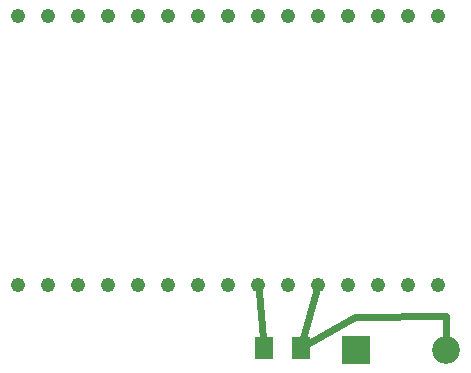
<source format=gtl>
G04 MADE WITH FRITZING*
G04 WWW.FRITZING.ORG*
G04 DOUBLE SIDED*
G04 HOLES PLATED*
G04 CONTOUR ON CENTER OF CONTOUR VECTOR*
%ASAXBY*%
%FSLAX23Y23*%
%MOIN*%
%OFA0B0*%
%SFA1.0B1.0*%
%ADD10C,0.047859*%
%ADD11C,0.092000*%
%ADD12R,0.092000X0.092000*%
%ADD13R,0.062992X0.074803*%
%ADD14C,0.024000*%
%LNCOPPER1*%
G90*
G70*
G54D10*
X1567Y417D03*
X1766Y1314D03*
X1666Y1314D03*
X1567Y1314D03*
X1467Y1314D03*
X1367Y1314D03*
X1666Y417D03*
X1766Y417D03*
X1467Y417D03*
X1267Y1314D03*
X1167Y1314D03*
X1067Y1314D03*
X968Y1314D03*
X868Y1314D03*
X768Y1314D03*
X668Y1314D03*
X568Y1314D03*
X468Y1314D03*
X368Y1314D03*
X1067Y417D03*
X968Y417D03*
X868Y417D03*
X768Y417D03*
X668Y417D03*
X568Y417D03*
X468Y417D03*
X368Y417D03*
X1367Y417D03*
X1267Y417D03*
X1167Y417D03*
G54D11*
X1494Y200D03*
X1794Y200D03*
G54D12*
X1494Y200D03*
G54D13*
X1187Y208D03*
X1309Y208D03*
G54D14*
X1794Y313D02*
X1794Y237D01*
D02*
X1489Y310D02*
X1794Y313D01*
D02*
X1335Y223D02*
X1489Y310D01*
D02*
X1318Y240D02*
X1361Y395D01*
D02*
X1169Y394D02*
X1184Y240D01*
G04 End of Copper1*
M02*
</source>
